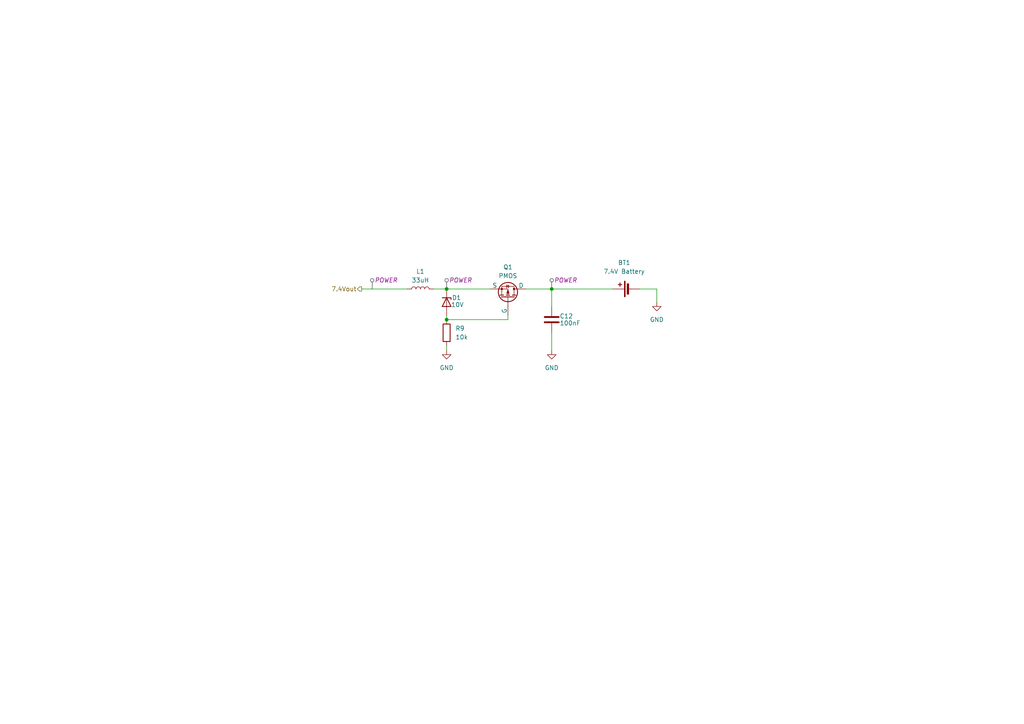
<source format=kicad_sch>
(kicad_sch
	(version 20250114)
	(generator "eeschema")
	(generator_version "9.0")
	(uuid "d72f9fbe-926d-499c-a721-46e179d0ca9f")
	(paper "A4")
	(lib_symbols
		(symbol "Device:Battery_Cell"
			(pin_numbers
				(hide yes)
			)
			(pin_names
				(offset 0)
				(hide yes)
			)
			(exclude_from_sim no)
			(in_bom yes)
			(on_board yes)
			(property "Reference" "BT"
				(at 2.54 2.54 0)
				(effects
					(font
						(size 1.27 1.27)
					)
					(justify left)
				)
			)
			(property "Value" "Battery_Cell"
				(at 2.54 0 0)
				(effects
					(font
						(size 1.27 1.27)
					)
					(justify left)
				)
			)
			(property "Footprint" ""
				(at 0 1.524 90)
				(effects
					(font
						(size 1.27 1.27)
					)
					(hide yes)
				)
			)
			(property "Datasheet" "~"
				(at 0 1.524 90)
				(effects
					(font
						(size 1.27 1.27)
					)
					(hide yes)
				)
			)
			(property "Description" "Single-cell battery"
				(at 0 0 0)
				(effects
					(font
						(size 1.27 1.27)
					)
					(hide yes)
				)
			)
			(property "ki_keywords" "battery cell"
				(at 0 0 0)
				(effects
					(font
						(size 1.27 1.27)
					)
					(hide yes)
				)
			)
			(symbol "Battery_Cell_0_1"
				(rectangle
					(start -2.286 1.778)
					(end 2.286 1.524)
					(stroke
						(width 0)
						(type default)
					)
					(fill
						(type outline)
					)
				)
				(rectangle
					(start -1.524 1.016)
					(end 1.524 0.508)
					(stroke
						(width 0)
						(type default)
					)
					(fill
						(type outline)
					)
				)
				(polyline
					(pts
						(xy 0 1.778) (xy 0 2.54)
					)
					(stroke
						(width 0)
						(type default)
					)
					(fill
						(type none)
					)
				)
				(polyline
					(pts
						(xy 0 0.762) (xy 0 0)
					)
					(stroke
						(width 0)
						(type default)
					)
					(fill
						(type none)
					)
				)
				(polyline
					(pts
						(xy 0.762 3.048) (xy 1.778 3.048)
					)
					(stroke
						(width 0.254)
						(type default)
					)
					(fill
						(type none)
					)
				)
				(polyline
					(pts
						(xy 1.27 3.556) (xy 1.27 2.54)
					)
					(stroke
						(width 0.254)
						(type default)
					)
					(fill
						(type none)
					)
				)
			)
			(symbol "Battery_Cell_1_1"
				(pin passive line
					(at 0 5.08 270)
					(length 2.54)
					(name "+"
						(effects
							(font
								(size 1.27 1.27)
							)
						)
					)
					(number "1"
						(effects
							(font
								(size 1.27 1.27)
							)
						)
					)
				)
				(pin passive line
					(at 0 -2.54 90)
					(length 2.54)
					(name "-"
						(effects
							(font
								(size 1.27 1.27)
							)
						)
					)
					(number "2"
						(effects
							(font
								(size 1.27 1.27)
							)
						)
					)
				)
			)
			(embedded_fonts no)
		)
		(symbol "Device:C"
			(pin_numbers
				(hide yes)
			)
			(pin_names
				(offset 0.254)
			)
			(exclude_from_sim no)
			(in_bom yes)
			(on_board yes)
			(property "Reference" "C"
				(at 0.635 2.54 0)
				(effects
					(font
						(size 1.27 1.27)
					)
					(justify left)
				)
			)
			(property "Value" "C"
				(at 0.635 -2.54 0)
				(effects
					(font
						(size 1.27 1.27)
					)
					(justify left)
				)
			)
			(property "Footprint" ""
				(at 0.9652 -3.81 0)
				(effects
					(font
						(size 1.27 1.27)
					)
					(hide yes)
				)
			)
			(property "Datasheet" "~"
				(at 0 0 0)
				(effects
					(font
						(size 1.27 1.27)
					)
					(hide yes)
				)
			)
			(property "Description" "Unpolarized capacitor"
				(at 0 0 0)
				(effects
					(font
						(size 1.27 1.27)
					)
					(hide yes)
				)
			)
			(property "ki_keywords" "cap capacitor"
				(at 0 0 0)
				(effects
					(font
						(size 1.27 1.27)
					)
					(hide yes)
				)
			)
			(property "ki_fp_filters" "C_*"
				(at 0 0 0)
				(effects
					(font
						(size 1.27 1.27)
					)
					(hide yes)
				)
			)
			(symbol "C_0_1"
				(polyline
					(pts
						(xy -2.032 0.762) (xy 2.032 0.762)
					)
					(stroke
						(width 0.508)
						(type default)
					)
					(fill
						(type none)
					)
				)
				(polyline
					(pts
						(xy -2.032 -0.762) (xy 2.032 -0.762)
					)
					(stroke
						(width 0.508)
						(type default)
					)
					(fill
						(type none)
					)
				)
			)
			(symbol "C_1_1"
				(pin passive line
					(at 0 3.81 270)
					(length 2.794)
					(name "~"
						(effects
							(font
								(size 1.27 1.27)
							)
						)
					)
					(number "1"
						(effects
							(font
								(size 1.27 1.27)
							)
						)
					)
				)
				(pin passive line
					(at 0 -3.81 90)
					(length 2.794)
					(name "~"
						(effects
							(font
								(size 1.27 1.27)
							)
						)
					)
					(number "2"
						(effects
							(font
								(size 1.27 1.27)
							)
						)
					)
				)
			)
			(embedded_fonts no)
		)
		(symbol "Device:D_Zener"
			(pin_numbers
				(hide yes)
			)
			(pin_names
				(offset 1.016)
				(hide yes)
			)
			(exclude_from_sim no)
			(in_bom yes)
			(on_board yes)
			(property "Reference" "D"
				(at 0 2.54 0)
				(effects
					(font
						(size 1.27 1.27)
					)
				)
			)
			(property "Value" "D_Zener"
				(at 0 -2.54 0)
				(effects
					(font
						(size 1.27 1.27)
					)
				)
			)
			(property "Footprint" ""
				(at 0 0 0)
				(effects
					(font
						(size 1.27 1.27)
					)
					(hide yes)
				)
			)
			(property "Datasheet" "~"
				(at 0 0 0)
				(effects
					(font
						(size 1.27 1.27)
					)
					(hide yes)
				)
			)
			(property "Description" "Zener diode"
				(at 0 0 0)
				(effects
					(font
						(size 1.27 1.27)
					)
					(hide yes)
				)
			)
			(property "ki_keywords" "diode"
				(at 0 0 0)
				(effects
					(font
						(size 1.27 1.27)
					)
					(hide yes)
				)
			)
			(property "ki_fp_filters" "TO-???* *_Diode_* *SingleDiode* D_*"
				(at 0 0 0)
				(effects
					(font
						(size 1.27 1.27)
					)
					(hide yes)
				)
			)
			(symbol "D_Zener_0_1"
				(polyline
					(pts
						(xy -1.27 -1.27) (xy -1.27 1.27) (xy -0.762 1.27)
					)
					(stroke
						(width 0.254)
						(type default)
					)
					(fill
						(type none)
					)
				)
				(polyline
					(pts
						(xy 1.27 0) (xy -1.27 0)
					)
					(stroke
						(width 0)
						(type default)
					)
					(fill
						(type none)
					)
				)
				(polyline
					(pts
						(xy 1.27 -1.27) (xy 1.27 1.27) (xy -1.27 0) (xy 1.27 -1.27)
					)
					(stroke
						(width 0.254)
						(type default)
					)
					(fill
						(type none)
					)
				)
			)
			(symbol "D_Zener_1_1"
				(pin passive line
					(at -3.81 0 0)
					(length 2.54)
					(name "K"
						(effects
							(font
								(size 1.27 1.27)
							)
						)
					)
					(number "1"
						(effects
							(font
								(size 1.27 1.27)
							)
						)
					)
				)
				(pin passive line
					(at 3.81 0 180)
					(length 2.54)
					(name "A"
						(effects
							(font
								(size 1.27 1.27)
							)
						)
					)
					(number "2"
						(effects
							(font
								(size 1.27 1.27)
							)
						)
					)
				)
			)
			(embedded_fonts no)
		)
		(symbol "Device:L"
			(pin_numbers
				(hide yes)
			)
			(pin_names
				(offset 1.016)
				(hide yes)
			)
			(exclude_from_sim no)
			(in_bom yes)
			(on_board yes)
			(property "Reference" "L"
				(at -1.27 0 90)
				(effects
					(font
						(size 1.27 1.27)
					)
				)
			)
			(property "Value" "L"
				(at 1.905 0 90)
				(effects
					(font
						(size 1.27 1.27)
					)
				)
			)
			(property "Footprint" ""
				(at 0 0 0)
				(effects
					(font
						(size 1.27 1.27)
					)
					(hide yes)
				)
			)
			(property "Datasheet" "~"
				(at 0 0 0)
				(effects
					(font
						(size 1.27 1.27)
					)
					(hide yes)
				)
			)
			(property "Description" "Inductor"
				(at 0 0 0)
				(effects
					(font
						(size 1.27 1.27)
					)
					(hide yes)
				)
			)
			(property "ki_keywords" "inductor choke coil reactor magnetic"
				(at 0 0 0)
				(effects
					(font
						(size 1.27 1.27)
					)
					(hide yes)
				)
			)
			(property "ki_fp_filters" "Choke_* *Coil* Inductor_* L_*"
				(at 0 0 0)
				(effects
					(font
						(size 1.27 1.27)
					)
					(hide yes)
				)
			)
			(symbol "L_0_1"
				(arc
					(start 0 2.54)
					(mid 0.6323 1.905)
					(end 0 1.27)
					(stroke
						(width 0)
						(type default)
					)
					(fill
						(type none)
					)
				)
				(arc
					(start 0 1.27)
					(mid 0.6323 0.635)
					(end 0 0)
					(stroke
						(width 0)
						(type default)
					)
					(fill
						(type none)
					)
				)
				(arc
					(start 0 0)
					(mid 0.6323 -0.635)
					(end 0 -1.27)
					(stroke
						(width 0)
						(type default)
					)
					(fill
						(type none)
					)
				)
				(arc
					(start 0 -1.27)
					(mid 0.6323 -1.905)
					(end 0 -2.54)
					(stroke
						(width 0)
						(type default)
					)
					(fill
						(type none)
					)
				)
			)
			(symbol "L_1_1"
				(pin passive line
					(at 0 3.81 270)
					(length 1.27)
					(name "1"
						(effects
							(font
								(size 1.27 1.27)
							)
						)
					)
					(number "1"
						(effects
							(font
								(size 1.27 1.27)
							)
						)
					)
				)
				(pin passive line
					(at 0 -3.81 90)
					(length 1.27)
					(name "2"
						(effects
							(font
								(size 1.27 1.27)
							)
						)
					)
					(number "2"
						(effects
							(font
								(size 1.27 1.27)
							)
						)
					)
				)
			)
			(embedded_fonts no)
		)
		(symbol "Device:R"
			(pin_numbers
				(hide yes)
			)
			(pin_names
				(offset 0)
			)
			(exclude_from_sim no)
			(in_bom yes)
			(on_board yes)
			(property "Reference" "R"
				(at 2.032 0 90)
				(effects
					(font
						(size 1.27 1.27)
					)
				)
			)
			(property "Value" "R"
				(at 0 0 90)
				(effects
					(font
						(size 1.27 1.27)
					)
				)
			)
			(property "Footprint" ""
				(at -1.778 0 90)
				(effects
					(font
						(size 1.27 1.27)
					)
					(hide yes)
				)
			)
			(property "Datasheet" "~"
				(at 0 0 0)
				(effects
					(font
						(size 1.27 1.27)
					)
					(hide yes)
				)
			)
			(property "Description" "Resistor"
				(at 0 0 0)
				(effects
					(font
						(size 1.27 1.27)
					)
					(hide yes)
				)
			)
			(property "ki_keywords" "R res resistor"
				(at 0 0 0)
				(effects
					(font
						(size 1.27 1.27)
					)
					(hide yes)
				)
			)
			(property "ki_fp_filters" "R_*"
				(at 0 0 0)
				(effects
					(font
						(size 1.27 1.27)
					)
					(hide yes)
				)
			)
			(symbol "R_0_1"
				(rectangle
					(start -1.016 -2.54)
					(end 1.016 2.54)
					(stroke
						(width 0.254)
						(type default)
					)
					(fill
						(type none)
					)
				)
			)
			(symbol "R_1_1"
				(pin passive line
					(at 0 3.81 270)
					(length 1.27)
					(name "~"
						(effects
							(font
								(size 1.27 1.27)
							)
						)
					)
					(number "1"
						(effects
							(font
								(size 1.27 1.27)
							)
						)
					)
				)
				(pin passive line
					(at 0 -3.81 90)
					(length 1.27)
					(name "~"
						(effects
							(font
								(size 1.27 1.27)
							)
						)
					)
					(number "2"
						(effects
							(font
								(size 1.27 1.27)
							)
						)
					)
				)
			)
			(embedded_fonts no)
		)
		(symbol "Simulation_SPICE:PMOS"
			(pin_numbers
				(hide yes)
			)
			(pin_names
				(offset 0)
			)
			(exclude_from_sim no)
			(in_bom yes)
			(on_board yes)
			(property "Reference" "Q"
				(at 5.08 1.27 0)
				(effects
					(font
						(size 1.27 1.27)
					)
					(justify left)
				)
			)
			(property "Value" "PMOS"
				(at 5.08 -1.27 0)
				(effects
					(font
						(size 1.27 1.27)
					)
					(justify left)
				)
			)
			(property "Footprint" ""
				(at 5.08 2.54 0)
				(effects
					(font
						(size 1.27 1.27)
					)
					(hide yes)
				)
			)
			(property "Datasheet" "https://ngspice.sourceforge.io/docs/ngspice-html-manual/manual.xhtml#cha_MOSFETs"
				(at 0 -12.7 0)
				(effects
					(font
						(size 1.27 1.27)
					)
					(hide yes)
				)
			)
			(property "Description" "P-MOSFET transistor, drain/source/gate"
				(at 0 0 0)
				(effects
					(font
						(size 1.27 1.27)
					)
					(hide yes)
				)
			)
			(property "Sim.Device" "PMOS"
				(at 0 -17.145 0)
				(effects
					(font
						(size 1.27 1.27)
					)
					(hide yes)
				)
			)
			(property "Sim.Type" "VDMOS"
				(at 0 -19.05 0)
				(effects
					(font
						(size 1.27 1.27)
					)
					(hide yes)
				)
			)
			(property "Sim.Pins" "1=D 2=G 3=S"
				(at 0 -15.24 0)
				(effects
					(font
						(size 1.27 1.27)
					)
					(hide yes)
				)
			)
			(property "ki_keywords" "transistor PMOS P-MOS P-MOSFET simulation"
				(at 0 0 0)
				(effects
					(font
						(size 1.27 1.27)
					)
					(hide yes)
				)
			)
			(symbol "PMOS_0_1"
				(polyline
					(pts
						(xy 0.254 1.905) (xy 0.254 -1.905)
					)
					(stroke
						(width 0.254)
						(type default)
					)
					(fill
						(type none)
					)
				)
				(polyline
					(pts
						(xy 0.254 0) (xy -2.54 0)
					)
					(stroke
						(width 0)
						(type default)
					)
					(fill
						(type none)
					)
				)
				(polyline
					(pts
						(xy 0.762 2.286) (xy 0.762 1.27)
					)
					(stroke
						(width 0.254)
						(type default)
					)
					(fill
						(type none)
					)
				)
				(polyline
					(pts
						(xy 0.762 1.778) (xy 3.302 1.778) (xy 3.302 -1.778) (xy 0.762 -1.778)
					)
					(stroke
						(width 0)
						(type default)
					)
					(fill
						(type none)
					)
				)
				(polyline
					(pts
						(xy 0.762 0.508) (xy 0.762 -0.508)
					)
					(stroke
						(width 0.254)
						(type default)
					)
					(fill
						(type none)
					)
				)
				(polyline
					(pts
						(xy 0.762 -1.27) (xy 0.762 -2.286)
					)
					(stroke
						(width 0.254)
						(type default)
					)
					(fill
						(type none)
					)
				)
				(circle
					(center 1.651 0)
					(radius 2.794)
					(stroke
						(width 0.254)
						(type default)
					)
					(fill
						(type none)
					)
				)
				(polyline
					(pts
						(xy 2.286 0) (xy 1.27 0.381) (xy 1.27 -0.381) (xy 2.286 0)
					)
					(stroke
						(width 0)
						(type default)
					)
					(fill
						(type outline)
					)
				)
				(polyline
					(pts
						(xy 2.54 2.54) (xy 2.54 1.778)
					)
					(stroke
						(width 0)
						(type default)
					)
					(fill
						(type none)
					)
				)
				(circle
					(center 2.54 1.778)
					(radius 0.254)
					(stroke
						(width 0)
						(type default)
					)
					(fill
						(type outline)
					)
				)
				(circle
					(center 2.54 -1.778)
					(radius 0.254)
					(stroke
						(width 0)
						(type default)
					)
					(fill
						(type outline)
					)
				)
				(polyline
					(pts
						(xy 2.54 -2.54) (xy 2.54 0) (xy 0.762 0)
					)
					(stroke
						(width 0)
						(type default)
					)
					(fill
						(type none)
					)
				)
				(polyline
					(pts
						(xy 2.794 -0.508) (xy 2.921 -0.381) (xy 3.683 -0.381) (xy 3.81 -0.254)
					)
					(stroke
						(width 0)
						(type default)
					)
					(fill
						(type none)
					)
				)
				(polyline
					(pts
						(xy 3.302 -0.381) (xy 2.921 0.254) (xy 3.683 0.254) (xy 3.302 -0.381)
					)
					(stroke
						(width 0)
						(type default)
					)
					(fill
						(type none)
					)
				)
			)
			(symbol "PMOS_1_1"
				(pin input line
					(at -5.08 0 0)
					(length 2.54)
					(name "G"
						(effects
							(font
								(size 1.27 1.27)
							)
						)
					)
					(number "2"
						(effects
							(font
								(size 1.27 1.27)
							)
						)
					)
				)
				(pin passive line
					(at 2.54 5.08 270)
					(length 2.54)
					(name "D"
						(effects
							(font
								(size 1.27 1.27)
							)
						)
					)
					(number "1"
						(effects
							(font
								(size 1.27 1.27)
							)
						)
					)
				)
				(pin passive line
					(at 2.54 -5.08 90)
					(length 2.54)
					(name "S"
						(effects
							(font
								(size 1.27 1.27)
							)
						)
					)
					(number "3"
						(effects
							(font
								(size 1.27 1.27)
							)
						)
					)
				)
			)
			(embedded_fonts no)
		)
		(symbol "power:GND"
			(power)
			(pin_numbers
				(hide yes)
			)
			(pin_names
				(offset 0)
				(hide yes)
			)
			(exclude_from_sim no)
			(in_bom yes)
			(on_board yes)
			(property "Reference" "#PWR"
				(at 0 -6.35 0)
				(effects
					(font
						(size 1.27 1.27)
					)
					(hide yes)
				)
			)
			(property "Value" "GND"
				(at 0 -3.81 0)
				(effects
					(font
						(size 1.27 1.27)
					)
				)
			)
			(property "Footprint" ""
				(at 0 0 0)
				(effects
					(font
						(size 1.27 1.27)
					)
					(hide yes)
				)
			)
			(property "Datasheet" ""
				(at 0 0 0)
				(effects
					(font
						(size 1.27 1.27)
					)
					(hide yes)
				)
			)
			(property "Description" "Power symbol creates a global label with name \"GND\" , ground"
				(at 0 0 0)
				(effects
					(font
						(size 1.27 1.27)
					)
					(hide yes)
				)
			)
			(property "ki_keywords" "global power"
				(at 0 0 0)
				(effects
					(font
						(size 1.27 1.27)
					)
					(hide yes)
				)
			)
			(symbol "GND_0_1"
				(polyline
					(pts
						(xy 0 0) (xy 0 -1.27) (xy 1.27 -1.27) (xy 0 -2.54) (xy -1.27 -1.27) (xy 0 -1.27)
					)
					(stroke
						(width 0)
						(type default)
					)
					(fill
						(type none)
					)
				)
			)
			(symbol "GND_1_1"
				(pin power_in line
					(at 0 0 270)
					(length 0)
					(name "~"
						(effects
							(font
								(size 1.27 1.27)
							)
						)
					)
					(number "1"
						(effects
							(font
								(size 1.27 1.27)
							)
						)
					)
				)
			)
			(embedded_fonts no)
		)
	)
	(junction
		(at 129.54 83.82)
		(diameter 0)
		(color 0 0 0 0)
		(uuid "319f3b97-2704-49c8-a309-6739ceb24103")
	)
	(junction
		(at 160.02 83.82)
		(diameter 0)
		(color 0 0 0 0)
		(uuid "6543dfbd-5579-45ad-92b3-e37a34d79af1")
	)
	(junction
		(at 129.54 92.71)
		(diameter 0)
		(color 0 0 0 0)
		(uuid "8b27cff3-8c54-4124-93de-89679deb758f")
	)
	(wire
		(pts
			(xy 147.32 91.44) (xy 147.32 92.71)
		)
		(stroke
			(width 0)
			(type default)
		)
		(uuid "0c372666-db05-4303-936c-132eda6df060")
	)
	(wire
		(pts
			(xy 129.54 101.6) (xy 129.54 100.33)
		)
		(stroke
			(width 0)
			(type default)
		)
		(uuid "0d14289f-401b-4b00-89db-4921c7e092d4")
	)
	(wire
		(pts
			(xy 160.02 101.6) (xy 160.02 96.52)
		)
		(stroke
			(width 0)
			(type default)
		)
		(uuid "21240f9c-1d82-476d-9530-8450bda315e7")
	)
	(wire
		(pts
			(xy 190.5 83.82) (xy 190.5 87.63)
		)
		(stroke
			(width 0)
			(type default)
		)
		(uuid "4259ec6f-176e-471d-af12-306f028837b4")
	)
	(wire
		(pts
			(xy 160.02 83.82) (xy 177.8 83.82)
		)
		(stroke
			(width 0)
			(type default)
		)
		(uuid "4ef9570e-9622-4fb8-84fc-8660cc654df9")
	)
	(wire
		(pts
			(xy 185.42 83.82) (xy 190.5 83.82)
		)
		(stroke
			(width 0)
			(type default)
		)
		(uuid "739e7f8c-c34c-4d06-ba04-4e13423f3f7c")
	)
	(wire
		(pts
			(xy 129.54 92.71) (xy 129.54 91.44)
		)
		(stroke
			(width 0)
			(type default)
		)
		(uuid "8246e0ad-b510-4bb3-81b2-699519d16996")
	)
	(wire
		(pts
			(xy 147.32 92.71) (xy 129.54 92.71)
		)
		(stroke
			(width 0)
			(type default)
		)
		(uuid "8c1d69a8-d23c-4981-b7ff-947faec394a0")
	)
	(wire
		(pts
			(xy 125.73 83.82) (xy 129.54 83.82)
		)
		(stroke
			(width 0)
			(type default)
		)
		(uuid "9985995f-68e3-424e-9242-64acb5bd29dc")
	)
	(wire
		(pts
			(xy 152.4 83.82) (xy 160.02 83.82)
		)
		(stroke
			(width 0)
			(type default)
		)
		(uuid "9db89d19-6801-4655-a776-1502d9cfd948")
	)
	(wire
		(pts
			(xy 104.902 83.82) (xy 118.11 83.82)
		)
		(stroke
			(width 0)
			(type default)
		)
		(uuid "9df04434-2961-49fe-91ae-2a1598b7f63b")
	)
	(wire
		(pts
			(xy 160.02 83.82) (xy 160.02 88.9)
		)
		(stroke
			(width 0)
			(type default)
		)
		(uuid "9ef0c6a0-4f63-4366-8de6-56f13a2e6830")
	)
	(wire
		(pts
			(xy 129.54 83.82) (xy 142.24 83.82)
		)
		(stroke
			(width 0)
			(type default)
		)
		(uuid "a0efc6d3-42ce-4efa-9e48-08086494a263")
	)
	(hierarchical_label "7.4Vout"
		(shape output)
		(at 104.902 83.82 180)
		(effects
			(font
				(size 1.27 1.27)
			)
			(justify right)
		)
		(uuid "c9cd7a1d-fd42-4ed7-ba9b-6b83486a48d5")
	)
	(netclass_flag ""
		(length 2.54)
		(shape round)
		(at 107.95 83.82 0)
		(fields_autoplaced yes)
		(effects
			(font
				(size 1.27 1.27)
			)
			(justify left bottom)
		)
		(uuid "4d1a8a2d-7c5a-46fe-97c8-8351c1e76729")
		(property "Netclass" "POWER"
			(at 108.6485 81.28 0)
			(effects
				(font
					(size 1.27 1.27)
					(italic yes)
				)
				(justify left)
			)
		)
	)
	(netclass_flag ""
		(length 2.54)
		(shape round)
		(at 129.5454 83.82 0)
		(fields_autoplaced yes)
		(effects
			(font
				(size 1.27 1.27)
			)
			(justify left bottom)
		)
		(uuid "a2d3f803-a8f6-4901-967b-c03e5a823f65")
		(property "Netclass" "POWER"
			(at 130.2439 81.28 0)
			(effects
				(font
					(size 1.27 1.27)
					(italic yes)
				)
				(justify left)
			)
		)
	)
	(netclass_flag ""
		(length 2.54)
		(shape round)
		(at 160.02 83.82 0)
		(fields_autoplaced yes)
		(effects
			(font
				(size 1.27 1.27)
			)
			(justify left bottom)
		)
		(uuid "d890712d-e61f-40fe-8855-aa38fff265c4")
		(property "Netclass" "POWER"
			(at 160.7185 81.28 0)
			(effects
				(font
					(size 1.27 1.27)
					(italic yes)
				)
				(justify left)
			)
		)
	)
	(symbol
		(lib_id "Device:D_Zener")
		(at 129.54 87.63 270)
		(unit 1)
		(exclude_from_sim no)
		(in_bom yes)
		(on_board yes)
		(dnp no)
		(uuid "1d16ef09-a361-41b5-8f79-dc626836a476")
		(property "Reference" "D1"
			(at 131.064 86.36 90)
			(effects
				(font
					(size 1.27 1.27)
				)
				(justify left)
			)
		)
		(property "Value" "10V"
			(at 130.81 88.392 90)
			(effects
				(font
					(size 1.27 1.27)
				)
				(justify left)
			)
		)
		(property "Footprint" "Diode_THT:D_DO-41_SOD81_P7.62mm_Horizontal"
			(at 129.54 87.63 0)
			(effects
				(font
					(size 1.27 1.27)
				)
				(hide yes)
			)
		)
		(property "Datasheet" "~"
			(at 129.54 87.63 0)
			(effects
				(font
					(size 1.27 1.27)
				)
				(hide yes)
			)
		)
		(property "Description" "Zener diode"
			(at 129.54 87.63 0)
			(effects
				(font
					(size 1.27 1.27)
				)
				(hide yes)
			)
		)
		(pin "1"
			(uuid "5862846d-fce3-477a-a6a3-fc43386218e1")
		)
		(pin "2"
			(uuid "3d499d13-168d-427d-8f7c-a689650aa15f")
		)
		(instances
			(project "Car_PCB"
				(path "/c7e35edf-6ffe-40dc-9a4f-72db8dbc3769/6d3b1b16-90ed-43b2-bafa-9461d6a10077"
					(reference "D1")
					(unit 1)
				)
			)
		)
	)
	(symbol
		(lib_id "Device:L")
		(at 121.92 83.82 90)
		(unit 1)
		(exclude_from_sim no)
		(in_bom yes)
		(on_board yes)
		(dnp no)
		(fields_autoplaced yes)
		(uuid "4a24c10c-f662-40ee-8cc8-bbe770b8a6fc")
		(property "Reference" "L1"
			(at 121.92 78.74 90)
			(effects
				(font
					(size 1.27 1.27)
				)
			)
		)
		(property "Value" "33uH"
			(at 121.92 81.28 90)
			(effects
				(font
					(size 1.27 1.27)
				)
			)
		)
		(property "Footprint" "Inductor_THT:L_Radial_D7.0mm_P3.00mm"
			(at 121.92 83.82 0)
			(effects
				(font
					(size 1.27 1.27)
				)
				(hide yes)
			)
		)
		(property "Datasheet" "~"
			(at 121.92 83.82 0)
			(effects
				(font
					(size 1.27 1.27)
				)
				(hide yes)
			)
		)
		(property "Description" "Inductor"
			(at 121.92 83.82 0)
			(effects
				(font
					(size 1.27 1.27)
				)
				(hide yes)
			)
		)
		(pin "1"
			(uuid "9259c9cb-e45e-482e-8705-731c6b95e394")
		)
		(pin "2"
			(uuid "0f46e8ce-471a-4f1e-a19e-05294d8a5248")
		)
		(instances
			(project "Car_PCB"
				(path "/c7e35edf-6ffe-40dc-9a4f-72db8dbc3769/6d3b1b16-90ed-43b2-bafa-9461d6a10077"
					(reference "L1")
					(unit 1)
				)
			)
		)
	)
	(symbol
		(lib_id "power:GND")
		(at 160.02 101.6 0)
		(unit 1)
		(exclude_from_sim no)
		(in_bom yes)
		(on_board yes)
		(dnp no)
		(fields_autoplaced yes)
		(uuid "54c74f55-fd09-453b-97d0-a0f9d20b56b3")
		(property "Reference" "#PWR010"
			(at 160.02 107.95 0)
			(effects
				(font
					(size 1.27 1.27)
				)
				(hide yes)
			)
		)
		(property "Value" "GND"
			(at 160.02 106.68 0)
			(effects
				(font
					(size 1.27 1.27)
				)
			)
		)
		(property "Footprint" ""
			(at 160.02 101.6 0)
			(effects
				(font
					(size 1.27 1.27)
				)
				(hide yes)
			)
		)
		(property "Datasheet" ""
			(at 160.02 101.6 0)
			(effects
				(font
					(size 1.27 1.27)
				)
				(hide yes)
			)
		)
		(property "Description" "Power symbol creates a global label with name \"GND\" , ground"
			(at 160.02 101.6 0)
			(effects
				(font
					(size 1.27 1.27)
				)
				(hide yes)
			)
		)
		(pin "1"
			(uuid "24ee6fc8-0d4d-4380-a817-d33a92a20c3d")
		)
		(instances
			(project "Car_PCB"
				(path "/c7e35edf-6ffe-40dc-9a4f-72db8dbc3769/6d3b1b16-90ed-43b2-bafa-9461d6a10077"
					(reference "#PWR010")
					(unit 1)
				)
			)
		)
	)
	(symbol
		(lib_id "Simulation_SPICE:PMOS")
		(at 147.32 86.36 270)
		(mirror x)
		(unit 1)
		(exclude_from_sim no)
		(in_bom yes)
		(on_board yes)
		(dnp no)
		(uuid "6976c90d-1a37-45be-a703-cf40951f0255")
		(property "Reference" "Q1"
			(at 147.32 77.47 90)
			(effects
				(font
					(size 1.27 1.27)
				)
			)
		)
		(property "Value" "PMOS"
			(at 147.32 80.01 90)
			(effects
				(font
					(size 1.27 1.27)
				)
			)
		)
		(property "Footprint" "SamacSys_Parts:IPD90P03P4L04ATMA2"
			(at 149.86 81.28 0)
			(effects
				(font
					(size 1.27 1.27)
				)
				(hide yes)
			)
		)
		(property "Datasheet" "https://ngspice.sourceforge.io/docs/ngspice-html-manual/manual.xhtml#cha_MOSFETs"
			(at 134.62 86.36 0)
			(effects
				(font
					(size 1.27 1.27)
				)
				(hide yes)
			)
		)
		(property "Description" "P-MOSFET transistor, drain/source/gate"
			(at 147.32 86.36 0)
			(effects
				(font
					(size 1.27 1.27)
				)
				(hide yes)
			)
		)
		(property "Sim.Device" "PMOS"
			(at 130.175 86.36 0)
			(effects
				(font
					(size 1.27 1.27)
				)
				(hide yes)
			)
		)
		(property "Sim.Type" "VDMOS"
			(at 128.27 86.36 0)
			(effects
				(font
					(size 1.27 1.27)
				)
				(hide yes)
			)
		)
		(property "Sim.Pins" "1=D 2=G 3=S"
			(at 132.08 86.36 0)
			(effects
				(font
					(size 1.27 1.27)
				)
				(hide yes)
			)
		)
		(pin "3"
			(uuid "d4e081d2-9c3e-4e36-89f4-cdb6d178a89b")
		)
		(pin "2"
			(uuid "dafc5892-c3f9-4adc-b97b-a9c5f53b059b")
		)
		(pin "1"
			(uuid "53e8fcd5-84c6-4b5b-8895-623bdfad9407")
		)
		(instances
			(project "Car_PCB"
				(path "/c7e35edf-6ffe-40dc-9a4f-72db8dbc3769/6d3b1b16-90ed-43b2-bafa-9461d6a10077"
					(reference "Q1")
					(unit 1)
				)
			)
		)
	)
	(symbol
		(lib_id "power:GND")
		(at 129.54 101.6 0)
		(unit 1)
		(exclude_from_sim no)
		(in_bom yes)
		(on_board yes)
		(dnp no)
		(fields_autoplaced yes)
		(uuid "6bc21dc6-c5cc-45eb-bba9-689a58c9f234")
		(property "Reference" "#PWR09"
			(at 129.54 107.95 0)
			(effects
				(font
					(size 1.27 1.27)
				)
				(hide yes)
			)
		)
		(property "Value" "GND"
			(at 129.54 106.68 0)
			(effects
				(font
					(size 1.27 1.27)
				)
			)
		)
		(property "Footprint" ""
			(at 129.54 101.6 0)
			(effects
				(font
					(size 1.27 1.27)
				)
				(hide yes)
			)
		)
		(property "Datasheet" ""
			(at 129.54 101.6 0)
			(effects
				(font
					(size 1.27 1.27)
				)
				(hide yes)
			)
		)
		(property "Description" "Power symbol creates a global label with name \"GND\" , ground"
			(at 129.54 101.6 0)
			(effects
				(font
					(size 1.27 1.27)
				)
				(hide yes)
			)
		)
		(pin "1"
			(uuid "98e3923d-be6a-45b9-a9a6-42037788f4e7")
		)
		(instances
			(project "Car_PCB"
				(path "/c7e35edf-6ffe-40dc-9a4f-72db8dbc3769/6d3b1b16-90ed-43b2-bafa-9461d6a10077"
					(reference "#PWR09")
					(unit 1)
				)
			)
		)
	)
	(symbol
		(lib_id "Device:Battery_Cell")
		(at 182.88 83.82 90)
		(unit 1)
		(exclude_from_sim no)
		(in_bom yes)
		(on_board yes)
		(dnp no)
		(fields_autoplaced yes)
		(uuid "75f56c26-9962-4b37-8ca4-858b9a0f7645")
		(property "Reference" "BT1"
			(at 181.0385 76.2 90)
			(effects
				(font
					(size 1.27 1.27)
				)
			)
		)
		(property "Value" "7.4V Battery"
			(at 181.0385 78.74 90)
			(effects
				(font
					(size 1.27 1.27)
				)
			)
		)
		(property "Footprint" "TerminalBlock_Phoenix:TerminalBlock_Phoenix_MKDS-1,5-2_1x02_P5.00mm_Horizontal"
			(at 181.356 83.82 90)
			(effects
				(font
					(size 1.27 1.27)
				)
				(hide yes)
			)
		)
		(property "Datasheet" "~"
			(at 181.356 83.82 90)
			(effects
				(font
					(size 1.27 1.27)
				)
				(hide yes)
			)
		)
		(property "Description" "Single-cell battery"
			(at 182.88 83.82 0)
			(effects
				(font
					(size 1.27 1.27)
				)
				(hide yes)
			)
		)
		(pin "2"
			(uuid "2e7afc9f-27c6-4406-b9fc-4e20e50e9195")
		)
		(pin "1"
			(uuid "e44271f6-77ec-4757-9f98-54aae26b9a81")
		)
		(instances
			(project "Car_PCB"
				(path "/c7e35edf-6ffe-40dc-9a4f-72db8dbc3769/6d3b1b16-90ed-43b2-bafa-9461d6a10077"
					(reference "BT1")
					(unit 1)
				)
			)
		)
	)
	(symbol
		(lib_id "power:GND")
		(at 190.5 87.63 0)
		(unit 1)
		(exclude_from_sim no)
		(in_bom yes)
		(on_board yes)
		(dnp no)
		(fields_autoplaced yes)
		(uuid "7663c5f2-89e7-4985-8a8d-f7f35cee59ac")
		(property "Reference" "#PWR012"
			(at 190.5 93.98 0)
			(effects
				(font
					(size 1.27 1.27)
				)
				(hide yes)
			)
		)
		(property "Value" "GND"
			(at 190.5 92.71 0)
			(effects
				(font
					(size 1.27 1.27)
				)
			)
		)
		(property "Footprint" ""
			(at 190.5 87.63 0)
			(effects
				(font
					(size 1.27 1.27)
				)
				(hide yes)
			)
		)
		(property "Datasheet" ""
			(at 190.5 87.63 0)
			(effects
				(font
					(size 1.27 1.27)
				)
				(hide yes)
			)
		)
		(property "Description" "Power symbol creates a global label with name \"GND\" , ground"
			(at 190.5 87.63 0)
			(effects
				(font
					(size 1.27 1.27)
				)
				(hide yes)
			)
		)
		(pin "1"
			(uuid "6370b366-d3ea-4793-b31e-5085e2745716")
		)
		(instances
			(project "Car_PCB"
				(path "/c7e35edf-6ffe-40dc-9a4f-72db8dbc3769/6d3b1b16-90ed-43b2-bafa-9461d6a10077"
					(reference "#PWR012")
					(unit 1)
				)
			)
		)
	)
	(symbol
		(lib_id "Device:R")
		(at 129.54 96.52 0)
		(unit 1)
		(exclude_from_sim no)
		(in_bom yes)
		(on_board yes)
		(dnp no)
		(fields_autoplaced yes)
		(uuid "ca0f1721-d6b9-4009-b3a4-22497bd16d00")
		(property "Reference" "R9"
			(at 132.08 95.2499 0)
			(effects
				(font
					(size 1.27 1.27)
				)
				(justify left)
			)
		)
		(property "Value" "10k"
			(at 132.08 97.7899 0)
			(effects
				(font
					(size 1.27 1.27)
				)
				(justify left)
			)
		)
		(property "Footprint" "Resistor_THT:R_Axial_DIN0204_L3.6mm_D1.6mm_P5.08mm_Horizontal"
			(at 127.762 96.52 90)
			(effects
				(font
					(size 1.27 1.27)
				)
				(hide yes)
			)
		)
		(property "Datasheet" "~"
			(at 129.54 96.52 0)
			(effects
				(font
					(size 1.27 1.27)
				)
				(hide yes)
			)
		)
		(property "Description" "Resistor"
			(at 129.54 96.52 0)
			(effects
				(font
					(size 1.27 1.27)
				)
				(hide yes)
			)
		)
		(pin "1"
			(uuid "493ee4b0-b8b4-419e-b12c-8810836d5fa6")
		)
		(pin "2"
			(uuid "25c168b0-4934-4e06-a2f8-1b6050204da9")
		)
		(instances
			(project "Car_PCB"
				(path "/c7e35edf-6ffe-40dc-9a4f-72db8dbc3769/6d3b1b16-90ed-43b2-bafa-9461d6a10077"
					(reference "R9")
					(unit 1)
				)
			)
		)
	)
	(symbol
		(lib_id "Device:C")
		(at 160.02 92.71 0)
		(unit 1)
		(exclude_from_sim no)
		(in_bom yes)
		(on_board yes)
		(dnp no)
		(uuid "cfd46f72-f056-4baf-9b8b-24a56e790094")
		(property "Reference" "C12"
			(at 162.306 91.694 0)
			(effects
				(font
					(size 1.27 1.27)
				)
				(justify left)
			)
		)
		(property "Value" "100nF"
			(at 162.306 93.726 0)
			(effects
				(font
					(size 1.27 1.27)
				)
				(justify left)
			)
		)
		(property "Footprint" "Capacitor_THT:CP_Radial_D4.0mm_P2.00mm"
			(at 160.9852 96.52 0)
			(effects
				(font
					(size 1.27 1.27)
				)
				(hide yes)
			)
		)
		(property "Datasheet" "~"
			(at 160.02 92.71 0)
			(effects
				(font
					(size 1.27 1.27)
				)
				(hide yes)
			)
		)
		(property "Description" "Unpolarized capacitor"
			(at 160.02 92.71 0)
			(effects
				(font
					(size 1.27 1.27)
				)
				(hide yes)
			)
		)
		(pin "2"
			(uuid "938638e7-5f79-48b5-80b1-29fda6379c9d")
		)
		(pin "1"
			(uuid "ea4de9d5-ed20-444a-922e-e1a2cecfc39f")
		)
		(instances
			(project "Car_PCB"
				(path "/c7e35edf-6ffe-40dc-9a4f-72db8dbc3769/6d3b1b16-90ed-43b2-bafa-9461d6a10077"
					(reference "C12")
					(unit 1)
				)
			)
		)
	)
)

</source>
